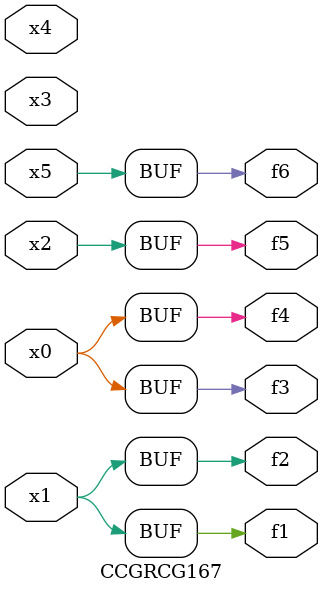
<source format=v>
module CCGRCG167(
	input x0, x1, x2, x3, x4, x5,
	output f1, f2, f3, f4, f5, f6
);
	assign f1 = x1;
	assign f2 = x1;
	assign f3 = x0;
	assign f4 = x0;
	assign f5 = x2;
	assign f6 = x5;
endmodule

</source>
